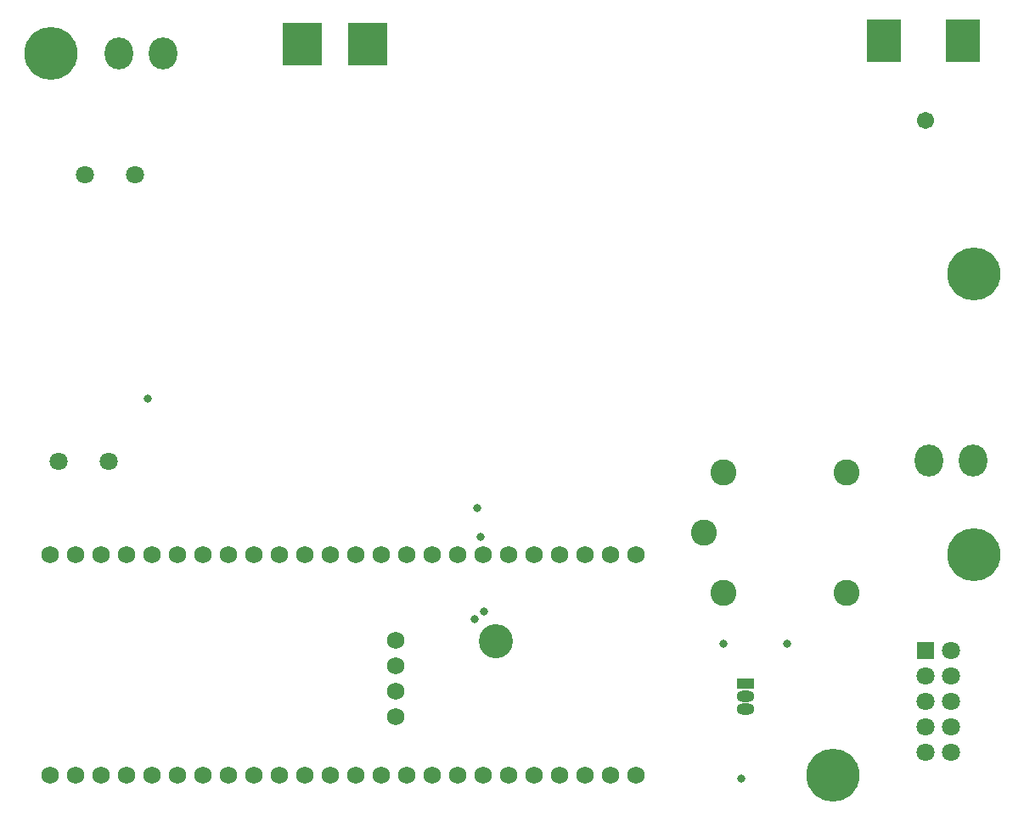
<source format=gbs>
G04*
G04 #@! TF.GenerationSoftware,Altium Limited,Altium Designer,22.3.1 (43)*
G04*
G04 Layer_Color=16711935*
%FSLAX25Y25*%
%MOIN*%
G70*
G04*
G04 #@! TF.SameCoordinates,02BA5850-5A12-481F-9A08-F1AC3C9BE478*
G04*
G04*
G04 #@! TF.FilePolarity,Negative*
G04*
G01*
G75*
%ADD30R,0.13792X0.16548*%
%ADD31R,0.15761X0.16548*%
%ADD39R,0.07099X0.06800*%
%ADD40C,0.07099*%
%ADD41C,0.10249*%
%ADD42O,0.11036X0.12611*%
%ADD43O,0.07099X0.04343*%
%ADD44R,0.07099X0.04343*%
%ADD45C,0.20800*%
%ADD46C,0.06800*%
%ADD47C,0.10643*%
%ADD48C,0.13398*%
%ADD49C,0.03202*%
%ADD50C,0.06706*%
D30*
X493287Y454838D02*
D03*
X524390D02*
D03*
D31*
X290532Y453657D02*
D03*
X264941D02*
D03*
D39*
X509500Y215000D02*
D03*
D40*
X519500D02*
D03*
X509500Y205000D02*
D03*
X519500D02*
D03*
X509500Y195000D02*
D03*
X519500D02*
D03*
X509500Y185000D02*
D03*
X519500D02*
D03*
X509500Y175000D02*
D03*
X519500D02*
D03*
X199343Y402000D02*
D03*
X179657D02*
D03*
X169158Y289500D02*
D03*
X188842D02*
D03*
D41*
X430421Y285122D02*
D03*
X478453D02*
D03*
X422547Y261500D02*
D03*
X430421Y237878D02*
D03*
X478453D02*
D03*
D42*
X528200Y289700D02*
D03*
X511000D02*
D03*
X210200Y449700D02*
D03*
X193000D02*
D03*
D43*
X439000Y192000D02*
D03*
Y197000D02*
D03*
D44*
Y202000D02*
D03*
D45*
X528452Y252862D02*
D03*
X166248Y449712D02*
D03*
X528452Y363098D02*
D03*
X473334Y166248D02*
D03*
D46*
X396000Y252807D02*
D03*
X386000Y252807D02*
D03*
X376000D02*
D03*
X366000D02*
D03*
X356000D02*
D03*
X346000D02*
D03*
X336000D02*
D03*
X326000D02*
D03*
X316000D02*
D03*
X306000D02*
D03*
X296000D02*
D03*
X286000D02*
D03*
X276000D02*
D03*
X266000Y252807D02*
D03*
X256000Y252807D02*
D03*
X246000D02*
D03*
X236000D02*
D03*
X226000D02*
D03*
X216000D02*
D03*
X206000D02*
D03*
X196000D02*
D03*
X186000D02*
D03*
X176000D02*
D03*
X166000D02*
D03*
Y166193D02*
D03*
X176000Y166193D02*
D03*
X186000D02*
D03*
X196000D02*
D03*
X206000D02*
D03*
X216000D02*
D03*
X226000D02*
D03*
X236000D02*
D03*
X246000D02*
D03*
X256000D02*
D03*
X266000D02*
D03*
X276000D02*
D03*
X286000D02*
D03*
X296000D02*
D03*
X306000D02*
D03*
X316000D02*
D03*
X326000D02*
D03*
X336000D02*
D03*
X346000D02*
D03*
X356000D02*
D03*
X366000D02*
D03*
X376000D02*
D03*
X386000D02*
D03*
X396000Y166193D02*
D03*
X301500Y219000D02*
D03*
Y209000D02*
D03*
Y199000D02*
D03*
Y189000D02*
D03*
D47*
X524390Y454839D02*
D03*
X493287D02*
D03*
X290532Y453658D02*
D03*
X264941D02*
D03*
D48*
X340870Y218961D02*
D03*
D49*
X204385Y314281D02*
D03*
X333633Y271195D02*
D03*
X334942Y259885D02*
D03*
X455271Y217970D02*
D03*
X336153Y230461D02*
D03*
X332466Y227429D02*
D03*
X430422Y217970D02*
D03*
X437286Y164696D02*
D03*
D50*
X509500Y423500D02*
D03*
M02*

</source>
